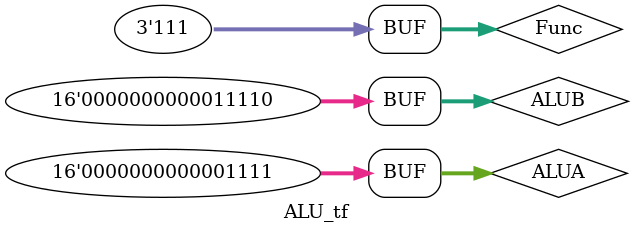
<source format=v>
`timescale 1ns / 1ps


module ALU_tf;

	// Inputs
	reg [15:0] ALUA;
	reg [15:0] ALUB;
	reg [2:0] Func;

	// Outputs
	wire [15:0] ALUR_out;
	wire ZF;

	// Instantiate the Unit Under Test (UUT)
	ALU uut (
		.ALUA(ALUA), 
		.ALUB(ALUB), 
		.ALUR_out(ALUR_out), 
		.Func(Func), 
		.ZF(ZF)
	);

	initial begin
		// Initialize Inputs
		ALUA = 0;
		ALUB = 0;
		Func = 0;

		// Wait 100 ns for global reset to finish
		#100;
        
		// Add stimulus here
		Func = 3'b000;	//adding
		ALUA = 1;
		ALUB =1;
		#100;
		Func = 3'b001;//Sub and testing zf
		ALUA= 15;
		ALUB=15;
		#100;
		Func = 3'b010; //And
		ALUA = 16'hAAAA;
		ALUB = 16'hCCCC; //result is 8888
		#100;
		Func = 3'b011; //or
		ALUA = 16'hABCD;
		ALUB = 16'hDDDD; //result is FFDD 
		#100;		
		Func = 3'b100; //nor
		ALUA = 16'hABCD;
		ALUB = 16'hDDDD;		//result is 0022
		#100;
		Func = 3'b101; //xor
		ALUA = 20;
		ALUB = 30;		//answer is 10
		#100;
		Func = 3'b110; //shift left
		ALUA= 15; //answer is 7
		#100;
		Func = 3'b111; //shift right
		ALUA= 15; //answer is 7
		#100;
	end
      
endmodule


</source>
